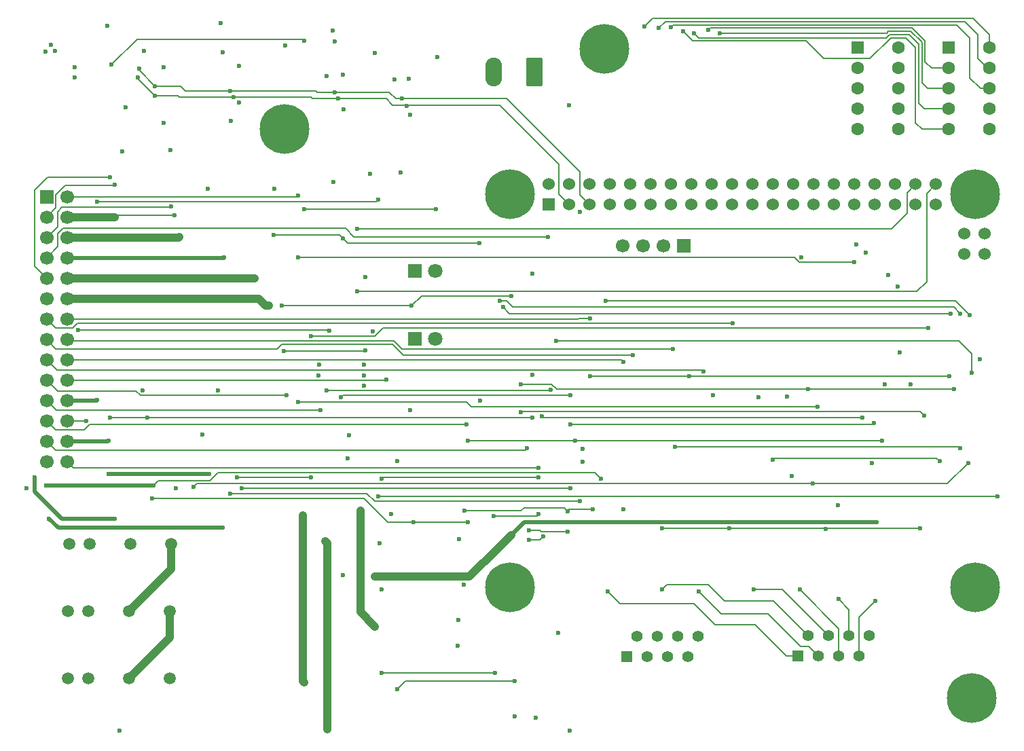
<source format=gbr>
%TF.GenerationSoftware,KiCad,Pcbnew,9.0.3*%
%TF.CreationDate,2025-11-25T00:13:52+01:00*%
%TF.ProjectId,playduino_sheep_tester,706c6179-6475-4696-9e6f-5f7368656570,rev?*%
%TF.SameCoordinates,Original*%
%TF.FileFunction,Copper,L4,Bot*%
%TF.FilePolarity,Positive*%
%FSLAX46Y46*%
G04 Gerber Fmt 4.6, Leading zero omitted, Abs format (unit mm)*
G04 Created by KiCad (PCBNEW 9.0.3) date 2025-11-25 00:13:52*
%MOMM*%
%LPD*%
G01*
G04 APERTURE LIST*
G04 Aperture macros list*
%AMRoundRect*
0 Rectangle with rounded corners*
0 $1 Rounding radius*
0 $2 $3 $4 $5 $6 $7 $8 $9 X,Y pos of 4 corners*
0 Add a 4 corners polygon primitive as box body*
4,1,4,$2,$3,$4,$5,$6,$7,$8,$9,$2,$3,0*
0 Add four circle primitives for the rounded corners*
1,1,$1+$1,$2,$3*
1,1,$1+$1,$4,$5*
1,1,$1+$1,$6,$7*
1,1,$1+$1,$8,$9*
0 Add four rect primitives between the rounded corners*
20,1,$1+$1,$2,$3,$4,$5,0*
20,1,$1+$1,$4,$5,$6,$7,0*
20,1,$1+$1,$6,$7,$8,$9,0*
20,1,$1+$1,$8,$9,$2,$3,0*%
G04 Aperture macros list end*
%TA.AperFunction,ComponentPad*%
%ADD10RoundRect,0.249999X0.790001X1.550001X-0.790001X1.550001X-0.790001X-1.550001X0.790001X-1.550001X0*%
%TD*%
%TA.AperFunction,ComponentPad*%
%ADD11O,2.080000X3.600000*%
%TD*%
%TA.AperFunction,ComponentPad*%
%ADD12C,6.200000*%
%TD*%
%TA.AperFunction,ComponentPad*%
%ADD13R,1.700000X1.700000*%
%TD*%
%TA.AperFunction,ComponentPad*%
%ADD14C,1.700000*%
%TD*%
%TA.AperFunction,ComponentPad*%
%ADD15R,1.800000X1.800000*%
%TD*%
%TA.AperFunction,ComponentPad*%
%ADD16C,1.800000*%
%TD*%
%TA.AperFunction,ComponentPad*%
%ADD17C,1.498600*%
%TD*%
%TA.AperFunction,ComponentPad*%
%ADD18R,1.398000X1.398000*%
%TD*%
%TA.AperFunction,ComponentPad*%
%ADD19C,1.398000*%
%TD*%
%TA.AperFunction,ComponentPad*%
%ADD20R,1.600000X1.600000*%
%TD*%
%TA.AperFunction,ComponentPad*%
%ADD21C,1.600000*%
%TD*%
%TA.AperFunction,ComponentPad*%
%ADD22R,1.524000X1.524000*%
%TD*%
%TA.AperFunction,ComponentPad*%
%ADD23C,1.524000*%
%TD*%
%TA.AperFunction,ViaPad*%
%ADD24C,0.600000*%
%TD*%
%TA.AperFunction,Conductor*%
%ADD25C,0.500000*%
%TD*%
%TA.AperFunction,Conductor*%
%ADD26C,1.000000*%
%TD*%
%TA.AperFunction,Conductor*%
%ADD27C,0.200000*%
%TD*%
G04 APERTURE END LIST*
D10*
%TO.P,J1,1,Pin_1*%
%TO.N,Net-(J1-Pin_1)*%
X139680000Y-52675000D03*
D11*
%TO.P,J1,2,Pin_2*%
%TO.N,GND*%
X134600000Y-52675000D03*
%TD*%
D12*
%TO.P,,S3,SHIELD*%
%TO.N,GND*%
X108551852Y-59757890D03*
%TD*%
D13*
%TO.P,J2,1,Pin_1*%
%TO.N,TP1*%
X78860000Y-68210000D03*
D14*
%TO.P,J2,2,Pin_2*%
%TO.N,TP2*%
X81400000Y-68210000D03*
%TO.P,J2,3,Pin_3*%
%TO.N,TP3*%
X78860000Y-70750000D03*
%TO.P,J2,4,Pin_4*%
%TO.N,TP5*%
X81400000Y-70750000D03*
%TO.P,J2,5,Pin_5*%
%TO.N,TP4*%
X78860000Y-73290000D03*
%TO.P,J2,6,Pin_6*%
%TO.N,TP10*%
X81400000Y-73290000D03*
%TO.P,J2,7,Pin_7*%
%TO.N,TP_GPIO36*%
X78860000Y-75830000D03*
%TO.P,J2,8,Pin_8*%
%TO.N,TP8*%
X81400000Y-75830000D03*
%TO.P,J2,9,Pin_9*%
%TO.N,TP9*%
X78860000Y-78370000D03*
%TO.P,J2,10,Pin_10*%
%TO.N,TP7*%
X81400000Y-78370000D03*
%TO.P,J2,11,Pin_11*%
%TO.N,TP24*%
X78860000Y-80910000D03*
%TO.P,J2,12,Pin_12*%
%TO.N,TP6*%
X81400000Y-80910000D03*
%TO.P,J2,13,Pin_13*%
%TO.N,TP13*%
X78860000Y-83450000D03*
%TO.P,J2,14,Pin_14*%
%TO.N,TP14*%
X81400000Y-83450000D03*
%TO.P,J2,15,Pin_15*%
%TO.N,TP15*%
X78860000Y-85990000D03*
%TO.P,J2,16,Pin_16*%
%TO.N,TP16*%
X81400000Y-85990000D03*
%TO.P,J2,17,Pin_17*%
%TO.N,TP17*%
X78860000Y-88530000D03*
%TO.P,J2,18,Pin_18*%
%TO.N,TP18*%
X81400000Y-88530000D03*
%TO.P,J2,19,Pin_19*%
%TO.N,TP19*%
X78860000Y-91070000D03*
%TO.P,J2,20,Pin_20*%
%TO.N,TP20*%
X81400000Y-91070000D03*
%TO.P,J2,21,Pin_21*%
%TO.N,TP21*%
X78860000Y-93610000D03*
%TO.P,J2,22,Pin_22*%
%TO.N,TP22*%
X81400000Y-93610000D03*
%TO.P,J2,23,Pin_23*%
%TO.N,TP23*%
X78860000Y-96150000D03*
%TO.P,J2,24,Pin_24*%
%TO.N,TP11*%
X81400000Y-96150000D03*
%TO.P,J2,25,Pin_25*%
%TO.N,TP_GPIO32*%
X78860000Y-98690000D03*
%TO.P,J2,26,Pin_26*%
%TO.N,TP_GPIO16*%
X81400000Y-98690000D03*
%TO.P,J2,27,Pin_27*%
%TO.N,unconnected-(J2-Pin_27-Pad27)*%
X78860000Y-101230000D03*
%TO.P,J2,28,Pin_28*%
%TO.N,TP12*%
X81400000Y-101230000D03*
%TD*%
D15*
%TO.P,D3,1,K*%
%TO.N,Net-(D3-K)*%
X124800000Y-77450000D03*
D16*
%TO.P,D3,2,A*%
%TO.N,Net-(D3-A)*%
X127340000Y-77450000D03*
%TD*%
D17*
%TO.P,U8,1,VIN*%
%TO.N,+5V*%
X81690000Y-111501687D03*
%TO.P,U8,2,GND*%
%TO.N,GND*%
X84230000Y-111501687D03*
%TO.P,U8,4,0V*%
X89310000Y-111501687D03*
%TO.P,U8,6,+VO*%
%TO.N,+12V*%
X94390000Y-111501687D03*
%TD*%
%TO.P,U9,1,VIN*%
%TO.N,+5V*%
X81532081Y-119900787D03*
%TO.P,U9,2,GND*%
%TO.N,GND*%
X84072081Y-119900787D03*
%TO.P,U9,4,0V*%
%TO.N,+12V*%
X89152081Y-119900787D03*
%TO.P,U9,6,+VO*%
%TO.N,Net-(U10-0V)*%
X94232081Y-119900787D03*
%TD*%
D12*
%TO.P,,S3,SHIELD*%
%TO.N,GND*%
X148401623Y-49792532D03*
%TD*%
D18*
%TO.P,J4,1,1*%
%TO.N,Net-(J4-Pad1)*%
X172570000Y-125500000D03*
D19*
%TO.P,J4,2,2*%
%TO.N,Net-(J4-Pad2)*%
X173840000Y-122960000D03*
%TO.P,J4,3,3*%
%TO.N,Net-(J4-Pad3)*%
X175110000Y-125500000D03*
%TO.P,J4,4,4*%
%TO.N,Net-(J4-Pad4)*%
X176380000Y-122960000D03*
%TO.P,J4,5,5*%
%TO.N,Net-(J4-Pad5)*%
X177650000Y-125500000D03*
%TO.P,J4,6,6*%
%TO.N,Net-(J4-Pad6)*%
X178920000Y-122960000D03*
%TO.P,J4,7,7*%
%TO.N,Net-(J4-Pad7)*%
X180190000Y-125500000D03*
%TO.P,J4,8,8*%
%TO.N,Net-(J4-Pad8)*%
X181460000Y-122960000D03*
%TD*%
D15*
%TO.P,D4,1,K*%
%TO.N,Net-(D4-K)*%
X124800000Y-85950000D03*
D16*
%TO.P,D4,2,A*%
%TO.N,Net-(D4-A)*%
X127340000Y-85950000D03*
%TD*%
D12*
%TO.P,,S3,SHIELD*%
%TO.N,GND*%
X194183526Y-130732577D03*
%TD*%
D17*
%TO.P,U10,1,VIN*%
%TO.N,+5V*%
X81530000Y-128250000D03*
%TO.P,U10,2,GND*%
%TO.N,GND*%
X84070000Y-128250000D03*
%TO.P,U10,4,0V*%
%TO.N,Net-(U10-0V)*%
X89150000Y-128250000D03*
%TO.P,U10,6,+VO*%
%TO.N,60V*%
X94230000Y-128250000D03*
%TD*%
D18*
%TO.P,J5,1,1*%
%TO.N,Net-(J5-Pad1)*%
X151170000Y-125545000D03*
D19*
%TO.P,J5,2,2*%
%TO.N,Net-(J5-Pad2)*%
X152440000Y-123005000D03*
%TO.P,J5,3,3*%
%TO.N,Net-(J5-Pad3)*%
X153710000Y-125545000D03*
%TO.P,J5,4,4*%
%TO.N,Net-(J5-Pad4)*%
X154980000Y-123005000D03*
%TO.P,J5,5,5*%
%TO.N,Net-(J5-Pad5)*%
X156250000Y-125545000D03*
%TO.P,J5,6,6*%
%TO.N,Net-(J5-Pad6)*%
X157520000Y-123005000D03*
%TO.P,J5,7,7*%
%TO.N,Net-(J5-Pad7)*%
X158790000Y-125545000D03*
%TO.P,J5,8,8*%
%TO.N,Net-(J5-Pad8)*%
X160060000Y-123005000D03*
%TD*%
D13*
%TO.P,J3,1,Pin_1*%
%TO.N,Net-(J3-Pin_1)*%
X158322382Y-74312587D03*
D14*
%TO.P,J3,2,Pin_2*%
%TO.N,Net-(J3-Pin_2)*%
X155782382Y-74312587D03*
%TO.P,J3,3,Pin_3*%
%TO.N,Net-(J3-Pin_3)*%
X153242382Y-74312587D03*
%TO.P,J3,4,Pin_4*%
%TO.N,Net-(J3-Pin_4)*%
X150702382Y-74312587D03*
%TD*%
D20*
%TO.P,U14,1,CA*%
%TO.N,+5V*%
X180000000Y-49640000D03*
D21*
%TO.P,U14,2,F*%
%TO.N,Net-(U14-F)*%
X180000000Y-52180000D03*
%TO.P,U14,3,G*%
%TO.N,Net-(U14-G)*%
X180000000Y-54720000D03*
%TO.P,U14,4,E*%
%TO.N,Net-(U14-E)*%
X180000000Y-57260000D03*
%TO.P,U14,5,D*%
%TO.N,Net-(U14-D)*%
X180000000Y-59800000D03*
%TO.P,U14,6,CA*%
%TO.N,+5V*%
X185080000Y-59800000D03*
%TO.P,U14,7,DP*%
%TO.N,unconnected-(U14-DP-Pad7)*%
X185080000Y-57260000D03*
%TO.P,U14,8,C*%
%TO.N,Net-(U14-C)*%
X185080000Y-54720000D03*
%TO.P,U14,9,B*%
%TO.N,Net-(U14-B)*%
X185080000Y-52180000D03*
%TO.P,U14,10,A*%
%TO.N,Net-(U14-A)*%
X185080000Y-49640000D03*
%TD*%
D20*
%TO.P,U15,1,CA*%
%TO.N,+5V*%
X191330000Y-49640000D03*
D21*
%TO.P,U15,2,F*%
%TO.N,Net-(U15-F)*%
X191330000Y-52180000D03*
%TO.P,U15,3,G*%
%TO.N,Net-(U15-G)*%
X191330000Y-54720000D03*
%TO.P,U15,4,E*%
%TO.N,Net-(U15-E)*%
X191330000Y-57260000D03*
%TO.P,U15,5,D*%
%TO.N,Net-(U15-D)*%
X191330000Y-59800000D03*
%TO.P,U15,6,CA*%
%TO.N,+5V*%
X196410000Y-59800000D03*
%TO.P,U15,7,DP*%
%TO.N,unconnected-(U15-DP-Pad7)*%
X196410000Y-57260000D03*
%TO.P,U15,8,C*%
%TO.N,Net-(U15-C)*%
X196410000Y-54720000D03*
%TO.P,U15,9,B*%
%TO.N,Net-(U15-B)*%
X196410000Y-52180000D03*
%TO.P,U15,10,A*%
%TO.N,Net-(U15-A)*%
X196410000Y-49640000D03*
%TD*%
D22*
%TO.P,U1,1,3V3*%
%TO.N,+3V3*%
X141500000Y-69200000D03*
D23*
%TO.P,U1,2,5V*%
%TO.N,+5V*%
X141500000Y-66660000D03*
%TO.P,U1,3,GPIO2/SDA1*%
%TO.N,SDA_PI*%
X144040000Y-69200000D03*
%TO.P,U1,4,5V*%
%TO.N,+5V*%
X144040000Y-66660000D03*
%TO.P,U1,5,GPIO3/SCL1*%
%TO.N,SCL_PI*%
X146580000Y-69200000D03*
%TO.P,U1,6,GND*%
%TO.N,GND*%
X146580000Y-66660000D03*
%TO.P,U1,7,GPIO4/GPIO_GCKL*%
%TO.N,MCP23017_#RESET*%
X149120000Y-69200000D03*
%TO.P,U1,8,GPIO14/TXD0*%
%TO.N,ESP_RXD_PI*%
X149120000Y-66660000D03*
%TO.P,U1,9,GND*%
%TO.N,GND*%
X151660000Y-69200000D03*
%TO.P,U1,10,GPIO15/RXD0*%
%TO.N,ESP_TXD_PI*%
X151660000Y-66660000D03*
%TO.P,U1,11,GPIO17/GPIO_GEN0*%
%TO.N,7SEG_A_0*%
X154200000Y-69200000D03*
%TO.P,U1,12,GPIO18/GPIO_GEN1*%
%TO.N,7SEG_B_0*%
X154200000Y-66660000D03*
%TO.P,U1,13,GPIO27/GPIO_GEN2*%
%TO.N,7SEG_C_0*%
X156740000Y-69200000D03*
%TO.P,U1,14,GND*%
%TO.N,GND*%
X156740000Y-66660000D03*
%TO.P,U1,15,GPIO22/GPIO_GEN3*%
%TO.N,7SEG_D_0*%
X159280000Y-69200000D03*
%TO.P,U1,16,GPIO23/GPIO_GEN4*%
%TO.N,7SEG_E_0*%
X159280000Y-66660000D03*
%TO.P,U1,17,3V3*%
%TO.N,+3V3*%
X161820000Y-69200000D03*
%TO.P,U1,18,GPIO24/GPIO_GEN5*%
%TO.N,7SEG_F_0*%
X161820000Y-66660000D03*
%TO.P,U1,19,GPIO10/SPI_MOSI*%
%TO.N,7SEG_G_0*%
X164360000Y-69200000D03*
%TO.P,U1,20,GND*%
%TO.N,GND*%
X164360000Y-66660000D03*
%TO.P,U1,21,GPIO9/SPI_MISO*%
%TO.N,7SEG_B_1*%
X166900000Y-69200000D03*
%TO.P,U1,22,GPIO25/GPIO_GEN6*%
%TO.N,7SEG_A_1*%
X166900000Y-66660000D03*
%TO.P,U1,23,GPIO11/SPI_SCLK*%
%TO.N,7SEG_D_1*%
X169440000Y-69200000D03*
%TO.P,U1,24,GPIO8/~{SPI_CE0}*%
%TO.N,7SEG_C_1*%
X169440000Y-66660000D03*
%TO.P,U1,25,GND*%
%TO.N,GND*%
X171980000Y-69200000D03*
%TO.P,U1,26,GPIO7/~{SPI_CE1}*%
%TO.N,7SEG_E_1*%
X171980000Y-66660000D03*
%TO.P,U1,27,ID_SD*%
%TO.N,unconnected-(U1-ID_SD-Pad27)*%
X174520000Y-69200000D03*
%TO.P,U1,28,ID_SC*%
%TO.N,unconnected-(U1-ID_SC-Pad28)*%
X174520000Y-66660000D03*
%TO.P,U1,29,GPIO5*%
%TO.N,ESP_BOOT_PI*%
X177060000Y-69200000D03*
%TO.P,U1,30,GND*%
%TO.N,GND*%
X177060000Y-66660000D03*
%TO.P,U1,31,GPIO6*%
%TO.N,ESP_EN_PI*%
X179600000Y-69200000D03*
%TO.P,U1,32,GPIO12*%
%TO.N,#ADAPTER_CLOSED*%
X179600000Y-66660000D03*
%TO.P,U1,33,GPIO13*%
%TO.N,WS2812_IN*%
X182140000Y-69200000D03*
%TO.P,U1,34,GND*%
%TO.N,GND*%
X182140000Y-66660000D03*
%TO.P,U1,35,GPIO19*%
%TO.N,7SEG_F_1*%
X184680000Y-69200000D03*
%TO.P,U1,36,GPIO16*%
%TO.N,7SEG_G_1*%
X184680000Y-66660000D03*
%TO.P,U1,37,GPIO26*%
%TO.N,Net-(U1-GPIO26)*%
X187220000Y-69200000D03*
%TO.P,U1,38,GPIO20*%
%TO.N,LED_GOOD*%
X187220000Y-66660000D03*
%TO.P,U1,39,GND*%
%TO.N,GND*%
X189760000Y-69200000D03*
%TO.P,U1,40,GPIO21*%
%TO.N,LED_BAD*%
X189760000Y-66660000D03*
%TO.P,U1,41,TR01*%
%TO.N,unconnected-(U1-TR01-Pad41)*%
X195860000Y-75323000D03*
%TO.P,U1,42,TR00*%
%TO.N,unconnected-(U1-TR00-Pad42)*%
X195860000Y-72783000D03*
%TO.P,U1,43,TR03*%
%TO.N,unconnected-(U1-TR03-Pad43)*%
X193320000Y-75323000D03*
%TO.P,U1,44,TR02*%
%TO.N,unconnected-(U1-TR02-Pad44)*%
X193320000Y-72783000D03*
D12*
%TO.P,U1,S1,SHIELD*%
%TO.N,SHIELD_3*%
X136630000Y-67930000D03*
%TO.P,U1,S2,SHIELD*%
%TO.N,SHIELD_2*%
X194630000Y-67930000D03*
%TO.P,U1,S3,SHIELD*%
%TO.N,SHIELD_1*%
X194630000Y-116930000D03*
%TO.P,U1,S4,SHIELD*%
%TO.N,SHIELD*%
X136630000Y-116930000D03*
%TD*%
D24*
%TO.N,+3V3*%
X101852397Y-58772457D03*
X173000000Y-75800000D03*
X118400000Y-90470000D03*
X145725299Y-101240461D03*
X177534394Y-106671602D03*
X93477953Y-52034706D03*
X145322662Y-70110665D03*
X186600000Y-91600000D03*
X183800000Y-78000000D03*
X102880000Y-51905379D03*
X115780000Y-52965052D03*
X124049944Y-53551314D03*
X114557958Y-47481855D03*
X162000000Y-93000000D03*
X82357006Y-52062414D03*
%TO.N,+5V*%
X136800000Y-80600000D03*
X119800000Y-115600000D03*
X115800000Y-73400000D03*
X170619688Y-108789186D03*
X147200631Y-108802061D03*
X136800000Y-110400000D03*
X182400000Y-108800000D03*
X132829000Y-74000000D03*
X108201000Y-81800000D03*
X185200000Y-87600000D03*
X158816389Y-108798280D03*
X107200000Y-73000000D03*
X124400000Y-81800000D03*
X115800000Y-115400000D03*
%TO.N,GND*%
X118600000Y-78200000D03*
X139400000Y-90400000D03*
X142670000Y-122600000D03*
X100600000Y-46600000D03*
X113821703Y-53130440D03*
X171181987Y-93103661D03*
X112745930Y-90470000D03*
X98326072Y-97863874D03*
X130263235Y-110936765D03*
X130924373Y-116623857D03*
X139400000Y-77800000D03*
X144000000Y-56800000D03*
X181800000Y-101400000D03*
X94295794Y-62412476D03*
X86402945Y-46893532D03*
X88699038Y-57075326D03*
X145737026Y-99692546D03*
X95000000Y-104600000D03*
X108600000Y-49400000D03*
X78708901Y-50136822D03*
X124200000Y-94800000D03*
X121800000Y-107800000D03*
X127600000Y-50800000D03*
X139849124Y-133150000D03*
X119572712Y-84972712D03*
X195217606Y-88466136D03*
X118400000Y-91800000D03*
X179800000Y-74200000D03*
X79945447Y-50021411D03*
X167600000Y-93200000D03*
X130200000Y-121000000D03*
X102860692Y-56472455D03*
X130150000Y-124200000D03*
X181000000Y-75200000D03*
X100200000Y-92400000D03*
X124200000Y-58000000D03*
X118400000Y-89130000D03*
X123000000Y-65200000D03*
X185000000Y-79400000D03*
X122600000Y-101200000D03*
X171800000Y-103000000D03*
X114597596Y-66380284D03*
X122234765Y-53622524D03*
X183400000Y-91600000D03*
X107221794Y-67206760D03*
X115894037Y-57344965D03*
X91000000Y-50000000D03*
X112869608Y-89130000D03*
X119200000Y-65400000D03*
X82403799Y-53329866D03*
X93477953Y-59000000D03*
X116600000Y-98000000D03*
X100800000Y-50200000D03*
X114757958Y-48881855D03*
X90800000Y-92400000D03*
X79368392Y-49262997D03*
X150800000Y-107200000D03*
X99000000Y-67200000D03*
X132949880Y-93643427D03*
X137200000Y-133000000D03*
X88310072Y-62587345D03*
X116400000Y-100800000D03*
X119804775Y-50256406D03*
%TO.N,+12V*%
X137200000Y-128600000D03*
X122600000Y-129600000D03*
%TO.N,60V*%
X120400000Y-111400000D03*
X120600000Y-117200000D03*
%TO.N,SDA_PI*%
X180600000Y-95800000D03*
X115200000Y-56000000D03*
X123797727Y-56893095D03*
X92400000Y-55600000D03*
X140600000Y-95600000D03*
X102200000Y-55800000D03*
X113800000Y-92400000D03*
X90213813Y-53316774D03*
X141700000Y-92300000D03*
%TO.N,SCL_PI*%
X115600000Y-93200000D03*
X144200000Y-96600000D03*
X144200000Y-93000000D03*
X182000000Y-96400000D03*
X114800000Y-55200000D03*
X123200000Y-56000000D03*
X92400000Y-54400000D03*
X90400000Y-52200000D03*
X101800000Y-55000000D03*
%TO.N,MCP23017_#RESET*%
X183000000Y-98600000D03*
X144800000Y-98600000D03*
X131400000Y-98600000D03*
%TO.N,B6_U3*%
X188264520Y-95515292D03*
X137990993Y-95066006D03*
%TO.N,TP1*%
X79156250Y-108356250D03*
X86600000Y-109501000D03*
X76400000Y-104600000D03*
X100790968Y-109501000D03*
%TO.N,TP2*%
X179600000Y-76400000D03*
X110215278Y-75799064D03*
X110197357Y-68106929D03*
%TO.N,TP3*%
X87349671Y-66747746D03*
%TO.N,TP4*%
X92200000Y-104200000D03*
X78800000Y-104200000D03*
X148000000Y-103399000D03*
X94400000Y-69400000D03*
%TO.N,TP5*%
X94800000Y-70525741D03*
X87400000Y-70800000D03*
%TO.N,TP6*%
X106601000Y-81800000D03*
%TO.N,TP7*%
X104800000Y-78400000D03*
X99400000Y-78370000D03*
%TO.N,TP8*%
X101000000Y-75800000D03*
%TO.N,TP10*%
X95400000Y-73200000D03*
%TO.N,TP19*%
X108800000Y-93000000D03*
%TO.N,TP22*%
X99175735Y-102775735D03*
X120200000Y-68600000D03*
X86600000Y-102800000D03*
X85200000Y-68810000D03*
X85200000Y-93600000D03*
%TO.N,TP23*%
X77400000Y-103200000D03*
X131200000Y-96600000D03*
X87400000Y-108400000D03*
%TO.N,B0_U2*%
X101800000Y-105200000D03*
X145400000Y-106200000D03*
%TO.N,Net-(Q6-D)*%
X113600000Y-111200000D03*
X113849000Y-134600000D03*
%TO.N,Net-(Q5-D)*%
X117977841Y-107345869D03*
X119800000Y-121800000D03*
%TO.N,B5_U2_U12*%
X120200000Y-105600000D03*
X197400000Y-105600000D03*
%TO.N,Net-(Q10-D)*%
X111000000Y-128800000D03*
X110800000Y-107919213D03*
%TO.N,TP18*%
X150800000Y-88800000D03*
%TO.N,A6_U2_U12*%
X157200000Y-99400000D03*
X192800000Y-99600000D03*
%TO.N,TP15*%
X152000000Y-88000000D03*
%TO.N,TP14*%
X146600000Y-83400000D03*
%TO.N,A7_U2_U12*%
X159000000Y-90600000D03*
X191400000Y-90600000D03*
X146600000Y-90600000D03*
%TO.N,TP13*%
X164400000Y-84000000D03*
%TO.N,TP16*%
X157000000Y-87200000D03*
%TO.N,Net-(Q6-G)*%
X120600000Y-127600000D03*
X134800000Y-127600000D03*
%TO.N,TP20*%
X121200000Y-91000000D03*
%TO.N,TP21*%
X113000000Y-94800000D03*
X127400000Y-69800000D03*
X111000000Y-69800000D03*
%TO.N,TP12*%
X140200000Y-102000000D03*
%TO.N,TP11*%
X83800000Y-96200000D03*
X144070000Y-134800000D03*
X88000000Y-134800000D03*
%TO.N,B5_U2*%
X148600000Y-81200000D03*
X194000000Y-83000000D03*
%TO.N,A4_U2*%
X111800000Y-103200000D03*
X102600000Y-103200000D03*
%TO.N,A7_U2*%
X191600000Y-82800000D03*
X135800000Y-82000000D03*
%TO.N,B4_U2*%
X140800000Y-110610000D03*
X139000000Y-111000000D03*
%TO.N,B2_U2*%
X103200000Y-104600000D03*
X144200000Y-104600000D03*
%TO.N,A6_U2*%
X135400000Y-81200000D03*
X192800000Y-82800000D03*
%TO.N,A5_U2*%
X131400000Y-108800000D03*
X92000000Y-105800000D03*
X124600000Y-108800000D03*
%TO.N,A3_U2*%
X134600000Y-108000000D03*
X140200000Y-107800000D03*
%TO.N,B1_U2*%
X91400000Y-95800000D03*
X143799000Y-110010000D03*
X139400000Y-95800000D03*
X139000000Y-109800000D03*
X86800000Y-95800000D03*
%TO.N,B3_U2*%
X143815422Y-107416720D03*
X147000000Y-107200000D03*
X131000000Y-107400000D03*
%TO.N,B7_U2*%
X140200000Y-103227141D03*
X120615326Y-103398871D03*
%TO.N,Net-(J4-Pad2)*%
X155600000Y-117200000D03*
%TO.N,Net-(J4-Pad6)*%
X177600000Y-118400000D03*
%TO.N,Net-(J4-Pad1)*%
X148800000Y-117400000D03*
%TO.N,Net-(J4-Pad7)*%
X182200000Y-118600000D03*
%TO.N,Net-(J4-Pad3)*%
X160200000Y-117400000D03*
%TO.N,Net-(J4-Pad5)*%
X172800000Y-117200000D03*
%TO.N,Net-(J4-Pad4)*%
X167000000Y-117200000D03*
%TO.N,B0_U3_U12*%
X190200000Y-101200000D03*
X169400000Y-101000000D03*
%TO.N,TP17*%
X160800000Y-90000000D03*
%TO.N,B4_U3_U12*%
X111800000Y-85589461D03*
X188824269Y-84594453D03*
%TO.N,Net-(D2-VDD)*%
X118600000Y-87400000D03*
X108461881Y-87422183D03*
%TO.N,TP24*%
X114096709Y-84895064D03*
X82800000Y-84800000D03*
%TO.N,B5_U3_U12*%
X176000000Y-109650000D03*
X187800000Y-109600000D03*
X155600000Y-109600000D03*
X164000000Y-109600000D03*
%TO.N,TP_GPIO32*%
X138800000Y-99600000D03*
%TO.N,TP_GPIO16*%
X86580967Y-98650400D03*
%TO.N,TP_GPIO36*%
X141400000Y-73200000D03*
%TO.N,WS2812_IN*%
X175000000Y-94400000D03*
X110200000Y-93800000D03*
%TO.N,B3_U3*%
X192000000Y-92200000D03*
X173800000Y-92200000D03*
X138000000Y-91600000D03*
%TO.N,B1_U3*%
X142400000Y-86200000D03*
X194218406Y-90131320D03*
%TO.N,B2_U3*%
X174400000Y-103999000D03*
X97200000Y-104400000D03*
X193800000Y-101400000D03*
%TO.N,TP9*%
X111000000Y-48800000D03*
X86800000Y-65800000D03*
X86973020Y-51759792D03*
%TO.N,LED_GOOD*%
X117600000Y-72200000D03*
%TO.N,LED_BAD*%
X117600000Y-80000000D03*
%TO.N,Net-(U15-A)*%
X153445000Y-47000000D03*
%TO.N,Net-(U15-B)*%
X155215000Y-47200000D03*
%TO.N,Net-(U15-C)*%
X156681998Y-47108814D03*
%TO.N,Net-(U15-D)*%
X158200000Y-47600000D03*
%TO.N,Net-(U15-E)*%
X159600000Y-47800000D03*
%TO.N,Net-(U15-F)*%
X161400000Y-47399000D03*
%TO.N,Net-(U15-G)*%
X162800000Y-47800000D03*
%TD*%
D25*
%TO.N,+5V*%
X170789186Y-108789186D02*
X170800000Y-108800000D01*
D26*
X119800000Y-115600000D02*
X131600000Y-115600000D01*
D27*
X136799000Y-80599000D02*
X136800000Y-80600000D01*
X115400000Y-73000000D02*
X115800000Y-73400000D01*
D26*
X135200000Y-112000000D02*
X136800000Y-110400000D01*
D27*
X107200000Y-73000000D02*
X115400000Y-73000000D01*
D25*
X159198280Y-108798280D02*
X159200000Y-108800000D01*
X170608874Y-108800000D02*
X170619688Y-108789186D01*
D27*
X115800000Y-73400000D02*
X116400000Y-74000000D01*
X108201000Y-81800000D02*
X124400000Y-81800000D01*
D25*
X147597939Y-108802061D02*
X147600000Y-108800000D01*
X138397939Y-108802061D02*
X136800000Y-110400000D01*
X158816389Y-108798280D02*
X159198280Y-108798280D01*
X170800000Y-108800000D02*
X182400000Y-108800000D01*
D27*
X116400000Y-74000000D02*
X132829000Y-74000000D01*
D25*
X147200631Y-108802061D02*
X138397939Y-108802061D01*
D27*
X124400000Y-81800000D02*
X125601000Y-80599000D01*
D25*
X147600000Y-108800000D02*
X158814669Y-108800000D01*
X158814669Y-108800000D02*
X158816389Y-108798280D01*
X170619688Y-108789186D02*
X170789186Y-108789186D01*
D26*
X131600000Y-115600000D02*
X135200000Y-112000000D01*
D25*
X147200631Y-108802061D02*
X147597939Y-108802061D01*
D27*
X125601000Y-80599000D02*
X136799000Y-80599000D01*
D25*
X159200000Y-108800000D02*
X170608874Y-108800000D01*
D26*
%TO.N,+12V*%
X94390000Y-114662868D02*
X89152081Y-119900787D01*
X94390000Y-111501687D02*
X94390000Y-114662868D01*
D27*
X123600000Y-128600000D02*
X122600000Y-129600000D01*
X137200000Y-128600000D02*
X123600000Y-128600000D01*
D26*
%TO.N,Net-(U10-0V)*%
X94232081Y-123167919D02*
X89150000Y-128250000D01*
X94232081Y-119900787D02*
X94232081Y-123167919D01*
D27*
%TO.N,SDA_PI*%
X121200000Y-56000000D02*
X112000000Y-56000000D01*
X140800000Y-95800000D02*
X140600000Y-95600000D01*
X111800000Y-55800000D02*
X102200000Y-55800000D01*
X122000000Y-56800000D02*
X121200000Y-56000000D01*
X92344396Y-55600000D02*
X95200000Y-55600000D01*
X141600000Y-92400000D02*
X141700000Y-92300000D01*
X123797727Y-56893095D02*
X123704632Y-56800000D01*
X142755268Y-67915268D02*
X144040000Y-69200000D01*
X95200000Y-55600000D02*
X95400000Y-55800000D01*
X142755268Y-64155268D02*
X142755268Y-67915268D01*
X90213813Y-53316774D02*
X90213813Y-53469417D01*
X180600000Y-95800000D02*
X140800000Y-95800000D01*
X112000000Y-56000000D02*
X111800000Y-55800000D01*
X90213813Y-53469417D02*
X92344396Y-55600000D01*
X123890822Y-56800000D02*
X135400000Y-56800000D01*
X113800000Y-92400000D02*
X141600000Y-92400000D01*
X123704632Y-56800000D02*
X122000000Y-56800000D01*
X135400000Y-56800000D02*
X142755268Y-64155268D01*
X95400000Y-55800000D02*
X102200000Y-55800000D01*
X123797727Y-56893095D02*
X123890822Y-56800000D01*
%TO.N,SCL_PI*%
X144200000Y-96600000D02*
X181800000Y-96600000D01*
X136200000Y-56000000D02*
X145349538Y-65149538D01*
X121600000Y-55200000D02*
X122400000Y-56000000D01*
X101800000Y-55000000D02*
X112400000Y-55000000D01*
X95600000Y-54400000D02*
X96200000Y-55000000D01*
X96200000Y-55000000D02*
X101800000Y-55000000D01*
X92400000Y-54400000D02*
X90400000Y-52400000D01*
X114800000Y-55200000D02*
X121600000Y-55200000D01*
X145349538Y-67969538D02*
X146580000Y-69200000D01*
X112600000Y-55200000D02*
X114800000Y-55200000D01*
X90400000Y-52400000D02*
X90400000Y-52200000D01*
X112400000Y-55000000D02*
X112600000Y-55200000D01*
X123200000Y-56000000D02*
X136200000Y-56000000D01*
X92400000Y-54400000D02*
X95600000Y-54400000D01*
X145349538Y-65149538D02*
X145349538Y-67969538D01*
X181800000Y-96600000D02*
X182000000Y-96400000D01*
X115800000Y-93000000D02*
X144200000Y-93000000D01*
X115600000Y-93200000D02*
X115800000Y-93000000D01*
X122400000Y-56000000D02*
X123200000Y-56000000D01*
%TO.N,MCP23017_#RESET*%
X144800000Y-98600000D02*
X183000000Y-98600000D01*
X131400000Y-98600000D02*
X144800000Y-98600000D01*
%TO.N,B6_U3*%
X137990993Y-95066006D02*
X138056999Y-95000000D01*
X138056999Y-95000000D02*
X187749228Y-95000000D01*
X187749228Y-95000000D02*
X188264520Y-95515292D01*
D25*
%TO.N,TP1*%
X100790968Y-109501000D02*
X86600000Y-109501000D01*
X80301000Y-109501000D02*
X79156250Y-108356250D01*
X86600000Y-109501000D02*
X80301000Y-109501000D01*
D27*
%TO.N,TP2*%
X110200000Y-68200000D02*
X110197357Y-68197357D01*
X81400000Y-68210000D02*
X110094286Y-68210000D01*
X172150057Y-75800000D02*
X172750057Y-76400000D01*
X110197357Y-68197357D02*
X110197357Y-68106929D01*
X110094286Y-68210000D02*
X110197357Y-68106929D01*
X110215278Y-75799064D02*
X110799064Y-75799064D01*
X110800000Y-75800000D02*
X172150057Y-75800000D01*
X172750057Y-76400000D02*
X179600000Y-76400000D01*
X110799064Y-75799064D02*
X110800000Y-75800000D01*
%TO.N,TP3*%
X81182240Y-66800000D02*
X80011000Y-67971240D01*
X87297417Y-66800000D02*
X81182240Y-66800000D01*
X80011000Y-69599000D02*
X78860000Y-70750000D01*
X80011000Y-67971240D02*
X80011000Y-69599000D01*
X87349671Y-66747746D02*
X87297417Y-66800000D01*
%TO.N,TP4*%
X147201000Y-102600000D02*
X148000000Y-103399000D01*
X94318962Y-69481038D02*
X94400000Y-69400000D01*
X80803202Y-69481038D02*
X94318962Y-69481038D01*
X99202000Y-103598000D02*
X100200000Y-102600000D01*
X78860000Y-73290000D02*
X80216605Y-71933395D01*
D25*
X92200000Y-104200000D02*
X78800000Y-104200000D01*
D27*
X80216605Y-71933395D02*
X80216605Y-70067635D01*
X100200000Y-102600000D02*
X147201000Y-102600000D01*
X80216605Y-70067635D02*
X80803202Y-69481038D01*
X92200000Y-104200000D02*
X92802000Y-103598000D01*
X92802000Y-103598000D02*
X99202000Y-103598000D01*
D26*
%TO.N,TP5*%
X81400000Y-70750000D02*
X87350000Y-70750000D01*
D27*
X87674259Y-70525741D02*
X87400000Y-70800000D01*
X94800000Y-70525741D02*
X87674259Y-70525741D01*
D26*
X87350000Y-70750000D02*
X87400000Y-70800000D01*
%TO.N,TP6*%
X106200000Y-81800000D02*
X105310000Y-80910000D01*
X106601000Y-81800000D02*
X106200000Y-81800000D01*
X105310000Y-80910000D02*
X81400000Y-80910000D01*
%TO.N,TP7*%
X104770000Y-78370000D02*
X104800000Y-78400000D01*
X81400000Y-78370000D02*
X99400000Y-78370000D01*
X99400000Y-78370000D02*
X104770000Y-78370000D01*
D25*
%TO.N,TP8*%
X100970000Y-75830000D02*
X101000000Y-75800000D01*
X81400000Y-75830000D02*
X100970000Y-75830000D01*
D26*
%TO.N,TP10*%
X95310000Y-73290000D02*
X95400000Y-73200000D01*
X81400000Y-73290000D02*
X95310000Y-73290000D01*
D27*
%TO.N,TP19*%
X90550057Y-93000000D02*
X108800000Y-93000000D01*
X80249000Y-92459000D02*
X90009057Y-92459000D01*
X90009057Y-92459000D02*
X90550057Y-93000000D01*
X78860000Y-91070000D02*
X80249000Y-92459000D01*
D25*
%TO.N,TP22*%
X99151470Y-102800000D02*
X99175735Y-102775735D01*
X85190000Y-93610000D02*
X85200000Y-93600000D01*
X81400000Y-93610000D02*
X85190000Y-93610000D01*
D27*
X120200000Y-68600000D02*
X120000000Y-68800000D01*
X120000000Y-68800000D02*
X85210000Y-68800000D01*
D25*
X86600000Y-102800000D02*
X99151470Y-102800000D01*
D27*
X85210000Y-68800000D02*
X85200000Y-68810000D01*
%TO.N,TP23*%
X83548943Y-97301000D02*
X80011000Y-97301000D01*
X84249943Y-96600000D02*
X83548943Y-97301000D01*
D25*
X80800000Y-108400000D02*
X87400000Y-108400000D01*
D27*
X80011000Y-97301000D02*
X78860000Y-96150000D01*
D25*
X80800000Y-108400000D02*
X77400000Y-105000000D01*
X77400000Y-105000000D02*
X77400000Y-103200000D01*
D27*
X131200000Y-96600000D02*
X84249943Y-96600000D01*
%TO.N,B0_U2*%
X119800000Y-106200000D02*
X145400000Y-106200000D01*
X118800000Y-105200000D02*
X119800000Y-106200000D01*
X101800000Y-105200000D02*
X118800000Y-105200000D01*
D26*
%TO.N,Net-(Q6-D)*%
X113849000Y-134600000D02*
X113849000Y-111449000D01*
X113849000Y-111449000D02*
X113600000Y-111200000D01*
%TO.N,Net-(Q5-D)*%
X118000000Y-120000000D02*
X119800000Y-121800000D01*
X118000000Y-108400000D02*
X118000000Y-120000000D01*
X117977841Y-108377841D02*
X118000000Y-108400000D01*
X117977841Y-107345869D02*
X117977841Y-108377841D01*
D27*
%TO.N,B5_U2_U12*%
X120200000Y-105600000D02*
X197400000Y-105600000D01*
D26*
%TO.N,Net-(Q10-D)*%
X110800000Y-107919213D02*
X110800000Y-128600000D01*
X110800000Y-128600000D02*
X111000000Y-128800000D01*
D27*
%TO.N,TP18*%
X150530000Y-88530000D02*
X150800000Y-88800000D01*
X81400000Y-88530000D02*
X150530000Y-88530000D01*
%TO.N,A6_U2_U12*%
X192600000Y-99400000D02*
X157200000Y-99400000D01*
X192800000Y-99600000D02*
X192600000Y-99400000D01*
%TO.N,TP15*%
X121992954Y-86601000D02*
X123391954Y-88000000D01*
X78860000Y-85990000D02*
X80043240Y-87173240D01*
X108172240Y-86601000D02*
X121992954Y-86601000D01*
X107600000Y-87173240D02*
X108172240Y-86601000D01*
X80043240Y-87173240D02*
X107600000Y-87173240D01*
X123391954Y-88000000D02*
X152000000Y-88000000D01*
%TO.N,TP14*%
X145150000Y-83450000D02*
X81400000Y-83450000D01*
X146600000Y-83400000D02*
X145200000Y-83400000D01*
X145200000Y-83400000D02*
X145150000Y-83450000D01*
%TO.N,A7_U2_U12*%
X191400000Y-90600000D02*
X159000000Y-90600000D01*
X159000000Y-90600000D02*
X146600000Y-90600000D01*
%TO.N,TP13*%
X78860000Y-83450000D02*
X80011000Y-84601000D01*
X83200000Y-84000000D02*
X164400000Y-84000000D01*
X80011000Y-84601000D02*
X82149057Y-84601000D01*
X82149057Y-84601000D02*
X82750057Y-84000000D01*
X82750057Y-84000000D02*
X83200000Y-84000000D01*
%TO.N,TP16*%
X81610000Y-86200000D02*
X122159054Y-86200000D01*
X122159054Y-86200000D02*
X123159054Y-87200000D01*
X123159054Y-87200000D02*
X157000000Y-87200000D01*
X81400000Y-85990000D02*
X81610000Y-86200000D01*
%TO.N,Net-(Q6-G)*%
X134800000Y-127600000D02*
X120600000Y-127600000D01*
%TO.N,TP20*%
X81930000Y-91600000D02*
X81400000Y-91070000D01*
X81400000Y-91070000D02*
X81470000Y-91000000D01*
X121130000Y-91070000D02*
X81400000Y-91070000D01*
X121200000Y-91000000D02*
X121130000Y-91070000D01*
%TO.N,TP21*%
X78860000Y-93610000D02*
X80050000Y-94800000D01*
X80050000Y-94800000D02*
X88800000Y-94800000D01*
X127400000Y-69800000D02*
X111000000Y-69800000D01*
X88800000Y-94800000D02*
X113000000Y-94800000D01*
%TO.N,TP12*%
X81400000Y-101230000D02*
X82170000Y-102000000D01*
X82170000Y-102000000D02*
X140200000Y-102000000D01*
%TO.N,TP11*%
X83750000Y-96150000D02*
X83800000Y-96200000D01*
X81400000Y-96150000D02*
X83750000Y-96150000D01*
%TO.N,B5_U2*%
X148600000Y-81200000D02*
X192200000Y-81200000D01*
X192200000Y-81200000D02*
X194000000Y-83000000D01*
%TO.N,A4_U2*%
X111800000Y-103200000D02*
X102600000Y-103200000D01*
%TO.N,A7_U2*%
X191600000Y-82800000D02*
X136600000Y-82800000D01*
X136600000Y-82800000D02*
X135800000Y-82000000D01*
%TO.N,B4_U2*%
X139000000Y-111000000D02*
X140410000Y-111000000D01*
X140410000Y-111000000D02*
X140800000Y-110610000D01*
%TO.N,B2_U2*%
X103200000Y-104600000D02*
X144200000Y-104600000D01*
%TO.N,A6_U2*%
X135400000Y-81200000D02*
X136200000Y-81200000D01*
X192000000Y-82000000D02*
X192800000Y-82800000D01*
X137000000Y-82000000D02*
X192000000Y-82000000D01*
X136200000Y-81200000D02*
X137000000Y-82000000D01*
%TO.N,A5_U2*%
X131400000Y-108800000D02*
X124600000Y-108800000D01*
X101400000Y-105800000D02*
X92000000Y-105800000D01*
X124600000Y-108800000D02*
X121413285Y-108800000D01*
X121413285Y-108800000D02*
X118413285Y-105800000D01*
X118413285Y-105800000D02*
X101400000Y-105800000D01*
%TO.N,A3_U2*%
X134600000Y-108000000D02*
X140000000Y-108000000D01*
X140000000Y-108000000D02*
X140200000Y-107800000D01*
%TO.N,B1_U2*%
X140552731Y-110010000D02*
X140342731Y-109800000D01*
X91400000Y-95800000D02*
X139400000Y-95800000D01*
X140342731Y-109800000D02*
X139000000Y-109800000D01*
X143799000Y-110010000D02*
X140552731Y-110010000D01*
X86800000Y-95800000D02*
X91400000Y-95800000D01*
%TO.N,B3_U2*%
X144032142Y-107200000D02*
X143815422Y-107416720D01*
X138000000Y-107400000D02*
X131000000Y-107400000D01*
X138400000Y-107000000D02*
X138000000Y-107400000D01*
X143398702Y-107000000D02*
X138400000Y-107000000D01*
X147000000Y-107200000D02*
X144032142Y-107200000D01*
X143815422Y-107416720D02*
X143398702Y-107000000D01*
%TO.N,B7_U2*%
X120787056Y-103227141D02*
X120615326Y-103398871D01*
X140200000Y-103227141D02*
X120787056Y-103227141D01*
%TO.N,Net-(J4-Pad2)*%
X173840000Y-122960000D02*
X169480000Y-118600000D01*
X165800000Y-118600000D02*
X163400000Y-118600000D01*
X161400000Y-116600000D02*
X156200000Y-116600000D01*
X169480000Y-118600000D02*
X165800000Y-118600000D01*
X156200000Y-116600000D02*
X155600000Y-117200000D01*
X163400000Y-118600000D02*
X161400000Y-116600000D01*
%TO.N,Net-(J4-Pad6)*%
X178920000Y-119720000D02*
X177600000Y-118400000D01*
X178920000Y-122960000D02*
X178920000Y-119720000D01*
%TO.N,Net-(J4-Pad1)*%
X167600000Y-122000000D02*
X167200000Y-121600000D01*
X150400000Y-119000000D02*
X148800000Y-117400000D01*
X152600000Y-119000000D02*
X150400000Y-119000000D01*
X159600000Y-119000000D02*
X152600000Y-119000000D01*
X171100000Y-125500000D02*
X167600000Y-122000000D01*
X167200000Y-121600000D02*
X162200000Y-121600000D01*
X162200000Y-121600000D02*
X159600000Y-119000000D01*
X172570000Y-125500000D02*
X171100000Y-125500000D01*
%TO.N,Net-(J4-Pad7)*%
X180190000Y-120610000D02*
X182200000Y-118600000D01*
X180190000Y-125500000D02*
X180190000Y-120610000D01*
%TO.N,Net-(J4-Pad3)*%
X173867196Y-124257196D02*
X175110000Y-125500000D01*
X172857196Y-124257196D02*
X173867196Y-124257196D01*
X160200000Y-117400000D02*
X163000000Y-120200000D01*
X168800000Y-120200000D02*
X172857196Y-124257196D01*
X163000000Y-120200000D02*
X168800000Y-120200000D01*
%TO.N,Net-(J4-Pad5)*%
X177650000Y-122050000D02*
X172800000Y-117200000D01*
X177650000Y-125500000D02*
X177650000Y-122050000D01*
%TO.N,Net-(J4-Pad4)*%
X176380000Y-122960000D02*
X170620000Y-117200000D01*
X170620000Y-117200000D02*
X167000000Y-117200000D01*
%TO.N,B0_U3_U12*%
X189799000Y-100799000D02*
X169601000Y-100799000D01*
X190200000Y-101200000D02*
X189799000Y-100799000D01*
X169601000Y-100799000D02*
X169400000Y-101000000D01*
%TO.N,TP17*%
X78860000Y-88530000D02*
X80130000Y-89800000D01*
X80130000Y-89800000D02*
X85200000Y-89800000D01*
X85200000Y-89800000D02*
X160600000Y-89800000D01*
X160600000Y-89800000D02*
X160800000Y-90000000D01*
%TO.N,B4_U3_U12*%
X111968954Y-85593954D02*
X119800000Y-85593954D01*
X111800000Y-85589461D02*
X111964461Y-85589461D01*
X119800000Y-85593954D02*
X120793954Y-84600000D01*
X111964461Y-85589461D02*
X111968954Y-85593954D01*
X120793954Y-84600000D02*
X188775000Y-84600000D01*
%TO.N,Net-(D2-VDD)*%
X108461881Y-87422183D02*
X118577817Y-87422183D01*
X118577817Y-87422183D02*
X118600000Y-87400000D01*
%TO.N,TP24*%
X114096709Y-84895064D02*
X113888482Y-84895064D01*
X113793418Y-84800000D02*
X82800000Y-84800000D01*
X113888482Y-84895064D02*
X113793418Y-84800000D01*
%TO.N,B5_U3_U12*%
X175950000Y-109600000D02*
X164000000Y-109600000D01*
X164000000Y-109600000D02*
X164200000Y-109600000D01*
X164000000Y-109600000D02*
X155600000Y-109600000D01*
X176000000Y-109650000D02*
X176050000Y-109600000D01*
X176000000Y-109650000D02*
X175950000Y-109600000D01*
X176050000Y-109600000D02*
X187800000Y-109600000D01*
%TO.N,TP_GPIO32*%
X86200000Y-99800000D02*
X138600000Y-99800000D01*
X86159000Y-99841000D02*
X86200000Y-99800000D01*
X80011000Y-99841000D02*
X86159000Y-99841000D01*
X78860000Y-98690000D02*
X80011000Y-99841000D01*
X138600000Y-99800000D02*
X138800000Y-99600000D01*
D25*
%TO.N,TP_GPIO16*%
X86580967Y-98650400D02*
X86541367Y-98690000D01*
X86541367Y-98690000D02*
X81400000Y-98690000D01*
D27*
%TO.N,TP_GPIO36*%
X80249000Y-74441000D02*
X80249000Y-72813240D01*
X141310000Y-73290000D02*
X141400000Y-73200000D01*
X116147208Y-72139000D02*
X117208208Y-73200000D01*
X117208208Y-73200000D02*
X141400000Y-73200000D01*
X80249000Y-72813240D02*
X80923240Y-72139000D01*
X78860000Y-75830000D02*
X80249000Y-74441000D01*
X80923240Y-72139000D02*
X116147208Y-72139000D01*
%TO.N,WS2812_IN*%
X175000000Y-94400000D02*
X131800000Y-94400000D01*
X131800000Y-94400000D02*
X131200000Y-93800000D01*
X131200000Y-93800000D02*
X110200000Y-93800000D01*
%TO.N,B3_U3*%
X142449943Y-92200000D02*
X141849943Y-91600000D01*
X173800000Y-92200000D02*
X142449943Y-92200000D01*
X192000000Y-92200000D02*
X173800000Y-92200000D01*
X141849943Y-91600000D02*
X138000000Y-91600000D01*
%TO.N,B1_U3*%
X194203131Y-90116045D02*
X194203131Y-87803131D01*
X192600000Y-86200000D02*
X142400000Y-86200000D01*
X194203131Y-87803131D02*
X192600000Y-86200000D01*
X194218406Y-90131320D02*
X194203131Y-90116045D01*
%TO.N,B2_U3*%
X97200000Y-104400000D02*
X97601000Y-103999000D01*
X97601000Y-103999000D02*
X174400000Y-103999000D01*
X193800000Y-101400000D02*
X191201000Y-103999000D01*
X191201000Y-103999000D02*
X174400000Y-103999000D01*
%TO.N,TP9*%
X86800000Y-65800000D02*
X79000000Y-65800000D01*
X77400000Y-76910000D02*
X78860000Y-78370000D01*
X86973020Y-51759792D02*
X90132812Y-48600000D01*
X90132812Y-48600000D02*
X110800000Y-48600000D01*
X79000000Y-65800000D02*
X77400000Y-67400000D01*
X77400000Y-67400000D02*
X77400000Y-76910000D01*
X110800000Y-48600000D02*
X111000000Y-48800000D01*
%TO.N,LED_GOOD*%
X186157000Y-67723000D02*
X186157000Y-70243000D01*
X187220000Y-66660000D02*
X186157000Y-67723000D01*
X186157000Y-70243000D02*
X184200000Y-72200000D01*
X184200000Y-72200000D02*
X117600000Y-72200000D01*
%TO.N,LED_BAD*%
X188600000Y-78800000D02*
X187400000Y-80000000D01*
X187400000Y-80000000D02*
X117600000Y-80000000D01*
X188600000Y-67820000D02*
X188600000Y-78800000D01*
X189760000Y-66660000D02*
X188600000Y-67820000D01*
%TO.N,Net-(U15-A)*%
X194394000Y-45994000D02*
X196410000Y-48010000D01*
X154451000Y-45994000D02*
X194394000Y-45994000D01*
X196410000Y-48010000D02*
X196410000Y-49640000D01*
X153445000Y-47000000D02*
X154451000Y-45994000D01*
%TO.N,Net-(U15-B)*%
X195000000Y-48000000D02*
X195000000Y-51000000D01*
X155215000Y-47200000D02*
X156020000Y-46395000D01*
X196180000Y-52180000D02*
X196410000Y-52180000D01*
X156020000Y-46395000D02*
X193395000Y-46395000D01*
X195000000Y-51000000D02*
X196180000Y-52180000D01*
X193395000Y-46395000D02*
X195000000Y-48000000D01*
%TO.N,Net-(U15-C)*%
X195320000Y-54720000D02*
X194000000Y-53400000D01*
X192396000Y-46796000D02*
X157004000Y-46796000D01*
X196410000Y-54720000D02*
X195320000Y-54720000D01*
X194000000Y-48400000D02*
X192396000Y-46796000D01*
X156691186Y-47108814D02*
X156681998Y-47108814D01*
X194000000Y-53400000D02*
X194000000Y-48400000D01*
X157004000Y-46796000D02*
X156691186Y-47108814D01*
%TO.N,Net-(U15-D)*%
X191330000Y-59800000D02*
X188000000Y-59800000D01*
X181532200Y-51000000D02*
X175798000Y-51000000D01*
X188000000Y-59800000D02*
X187200000Y-59000000D01*
X173600000Y-48802000D02*
X159402000Y-48802000D01*
X159402000Y-48802000D02*
X158200000Y-47600000D01*
X187200000Y-49600000D02*
X186000000Y-48400000D01*
X184132200Y-48400000D02*
X181532200Y-51000000D01*
X187200000Y-59000000D02*
X187200000Y-49600000D01*
X175798000Y-51000000D02*
X173600000Y-48802000D01*
X186000000Y-48400000D02*
X184132200Y-48400000D01*
%TO.N,Net-(U15-E)*%
X183966100Y-47999000D02*
X183564100Y-48401000D01*
X187600000Y-49200000D02*
X186399000Y-47999000D01*
X188260000Y-57260000D02*
X187600000Y-56600000D01*
X186399000Y-47999000D02*
X183966100Y-47999000D01*
X187600000Y-56600000D02*
X187600000Y-49200000D01*
X183564100Y-48401000D02*
X160201000Y-48401000D01*
X160201000Y-48401000D02*
X159600000Y-47800000D01*
X191330000Y-57260000D02*
X188260000Y-57260000D01*
%TO.N,Net-(U15-F)*%
X186797000Y-47197000D02*
X188402000Y-48802000D01*
X189182000Y-52180000D02*
X191330000Y-52180000D01*
X188402000Y-51400000D02*
X189182000Y-52180000D01*
X188402000Y-48802000D02*
X188402000Y-51400000D01*
X161400000Y-47399000D02*
X161602000Y-47197000D01*
X161602000Y-47197000D02*
X186797000Y-47197000D01*
%TO.N,Net-(U15-G)*%
X188001000Y-54000000D02*
X188001000Y-48968100D01*
X183598000Y-47800000D02*
X162800000Y-47800000D01*
X188001000Y-48968100D02*
X186630900Y-47598000D01*
X186630900Y-47598000D02*
X183800000Y-47598000D01*
X188721000Y-54720000D02*
X188001000Y-54000000D01*
X183800000Y-47598000D02*
X183598000Y-47800000D01*
X191330000Y-54720000D02*
X188721000Y-54720000D01*
%TD*%
M02*

</source>
